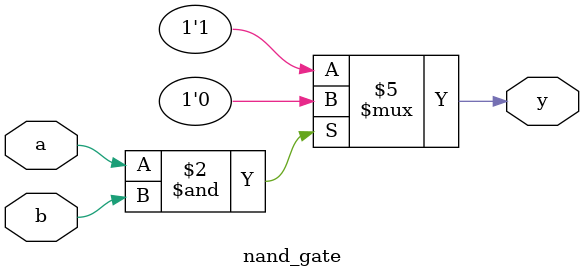
<source format=v>
module nand_gate(input a,b,output reg y);
always @(*)begin
if(~(a&b))
y=1;
else
y=0;
end
endmodule

</source>
